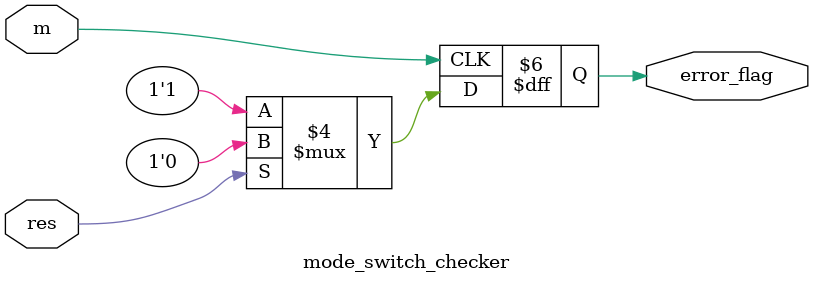
<source format=v>
module mode_switch_checker(
    input m,          // mode ÇÐ»»ÐÅºÅ
    input res,        // ±È½Ï½á¹û
    output reg error_flag // ´íÎó±êÖ¾
);
    
	always @(negedge m) begin
		if (!res) begin
			error_flag <= 1;
		end else begin
			error_flag <= 0;
		end 
	end
endmodule
</source>
